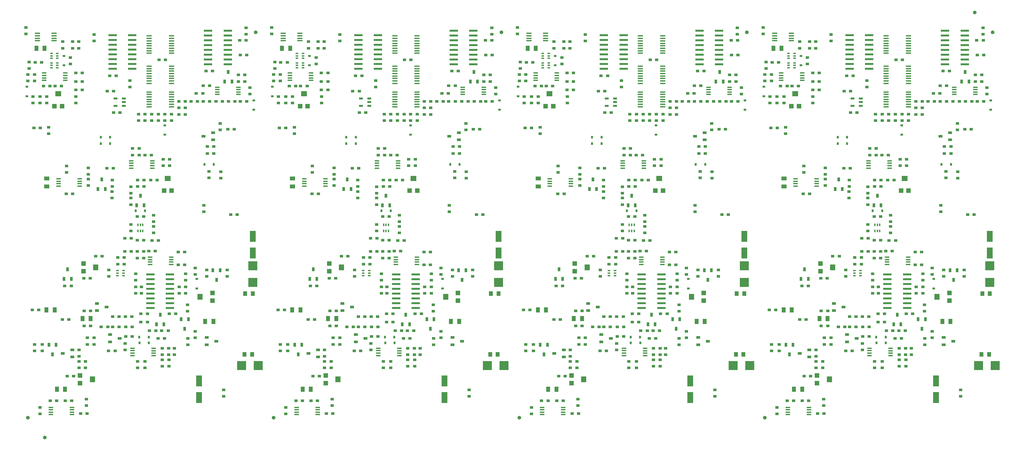
<source format=gbp>
G04 #@! TF.FileFunction,Paste,Bot*
%FSLAX46Y46*%
G04 Gerber Fmt 4.6, Leading zero omitted, Abs format (unit mm)*
G04 Created by KiCad (PCBNEW 4.0.2-stable) date 2018-03-19 11:27:31 AM*
%MOMM*%
G01*
G04 APERTURE LIST*
%ADD10C,0.100000*%
%ADD11O,0.980000X0.980000*%
%ADD12R,0.880000X0.780000*%
%ADD13R,1.430000X0.430000*%
%ADD14R,1.480000X0.430000*%
%ADD15R,0.681040X0.980760*%
%ADD16R,1.280480X0.380000*%
%ADD17R,2.179640X0.579440*%
%ADD18R,0.742000X0.589600*%
%ADD19R,1.040000X0.630000*%
%ADD20R,0.589600X0.742000*%
%ADD21R,1.580000X1.480000*%
%ADD22R,1.180000X1.180000*%
%ADD23R,0.777560X0.378780*%
%ADD24R,1.123000X1.377000*%
%ADD25R,1.377000X1.123000*%
%ADD26R,0.980760X0.681040*%
%ADD27R,0.980000X1.230000*%
%ADD28R,2.377760X2.377760*%
%ADD29R,1.580000X2.980000*%
%ADD30R,1.480000X1.580000*%
%ADD31R,0.378780X0.777560*%
G04 APERTURE END LIST*
D10*
D11*
X306500000Y-77500000D03*
X60500000Y-190000000D03*
D12*
X285650000Y-90000000D03*
X287350000Y-90000000D03*
D13*
X288950000Y-98550000D03*
X288950000Y-99200000D03*
X288950000Y-99850000D03*
X288950000Y-100500000D03*
X288950000Y-101150000D03*
X288950000Y-101800000D03*
X288950000Y-102450000D03*
X283050000Y-102450000D03*
X283050000Y-101800000D03*
X283050000Y-101150000D03*
X283050000Y-100500000D03*
X283050000Y-99850000D03*
X283050000Y-99200000D03*
X283050000Y-98550000D03*
D14*
X283050000Y-88275000D03*
X283050000Y-87625000D03*
X283050000Y-86975000D03*
X283050000Y-86325000D03*
X283050000Y-85675000D03*
X283050000Y-85025000D03*
X283050000Y-84375000D03*
X283050000Y-83725000D03*
X288950000Y-83725000D03*
X288950000Y-84375000D03*
X288950000Y-85025000D03*
X288950000Y-85675000D03*
X288950000Y-86325000D03*
X288950000Y-86975000D03*
X288950000Y-87625000D03*
X288950000Y-88275000D03*
X283050000Y-96275000D03*
X283050000Y-95625000D03*
X283050000Y-94975000D03*
X283050000Y-94325000D03*
X283050000Y-93675000D03*
X283050000Y-93025000D03*
X283050000Y-92375000D03*
X283050000Y-91725000D03*
X288950000Y-91725000D03*
X288950000Y-92375000D03*
X288950000Y-93025000D03*
X288950000Y-93675000D03*
X288950000Y-94325000D03*
X288950000Y-94975000D03*
X288950000Y-95625000D03*
X288950000Y-96275000D03*
D12*
X290900000Y-102750000D03*
X292600000Y-102750000D03*
X290900000Y-104500000D03*
X292600000Y-104500000D03*
X290900000Y-101000000D03*
X292600000Y-101000000D03*
X299850000Y-93000000D03*
X298150000Y-93000000D03*
D15*
X304000000Y-93230000D03*
X303047500Y-95770000D03*
X304952500Y-95770000D03*
D16*
X301056000Y-99205400D03*
X301056000Y-98570400D03*
X301056000Y-97910000D03*
X301056000Y-97275000D03*
X306644000Y-97275000D03*
X306644000Y-97922700D03*
X306644000Y-98570400D03*
X306644000Y-99218100D03*
D12*
X295550000Y-98900000D03*
X297250000Y-98900000D03*
X297350000Y-96900000D03*
X299050000Y-96900000D03*
X308850000Y-88750000D03*
X307150000Y-88750000D03*
D17*
X303848420Y-82305000D03*
X303848420Y-83575000D03*
X303848420Y-84845000D03*
X303848420Y-86115000D03*
X303848420Y-87385000D03*
X303848420Y-88655000D03*
X303848420Y-89925000D03*
X303848420Y-91195000D03*
X298651580Y-91195000D03*
X298651580Y-89925000D03*
X298651580Y-88655000D03*
X298651580Y-87385000D03*
X298651580Y-86115000D03*
X298651580Y-84845000D03*
X298651580Y-83575000D03*
X298651580Y-82305000D03*
D11*
X311250000Y-82750000D03*
D12*
X308700000Y-83250000D03*
X308700000Y-81550000D03*
X308750000Y-84900000D03*
X307050000Y-84900000D03*
X306650000Y-94000000D03*
X308350000Y-94000000D03*
X306650000Y-95750000D03*
X308350000Y-95750000D03*
X309750000Y-97400000D03*
X309750000Y-99100000D03*
X307150000Y-101000000D03*
X308850000Y-101000000D03*
D18*
X310750000Y-100755400D03*
X310750000Y-103244600D03*
D12*
X304050000Y-101000000D03*
X305750000Y-101000000D03*
D19*
X276350000Y-100300000D03*
X276350000Y-101250000D03*
X276350000Y-102200000D03*
X274150000Y-102200000D03*
X274150000Y-100300000D03*
D12*
X271950000Y-98300000D03*
X273650000Y-98300000D03*
X273650000Y-104000000D03*
X275350000Y-104000000D03*
X274350000Y-94250000D03*
X272650000Y-94250000D03*
X278000000Y-97250000D03*
X278000000Y-95550000D03*
D20*
X272744600Y-112250000D03*
X270255400Y-112250000D03*
X270255400Y-110500000D03*
X272744600Y-110500000D03*
D12*
X259850000Y-97000000D03*
X258150000Y-97000000D03*
D21*
X259000000Y-99050000D03*
D22*
X260000000Y-102300000D03*
X258000000Y-102300000D03*
D12*
X263700000Y-101450000D03*
X263700000Y-99750000D03*
X265350000Y-98000000D03*
X263650000Y-98000000D03*
D17*
X278598420Y-83555000D03*
X278598420Y-84825000D03*
X278598420Y-86095000D03*
X278598420Y-87365000D03*
X278598420Y-88635000D03*
X278598420Y-89905000D03*
X278598420Y-91175000D03*
X278598420Y-92445000D03*
X273401580Y-92445000D03*
X273401580Y-91175000D03*
X273401580Y-89905000D03*
X273401580Y-88635000D03*
X273401580Y-87365000D03*
X273401580Y-86095000D03*
X273401580Y-84825000D03*
X273401580Y-83555000D03*
D12*
X263650000Y-93500000D03*
X265350000Y-93500000D03*
X268500000Y-83350000D03*
X268500000Y-85050000D03*
X264400000Y-86950000D03*
X264400000Y-85250000D03*
X263650000Y-95750000D03*
X265350000Y-95750000D03*
D13*
X253550000Y-84975000D03*
X253550000Y-84325000D03*
X253550000Y-83675000D03*
X253550000Y-83025000D03*
X257950000Y-83025000D03*
X257950000Y-83675000D03*
X257950000Y-84325000D03*
X257950000Y-84975000D03*
D12*
X255150000Y-97000000D03*
X256850000Y-97000000D03*
D23*
X257202440Y-92147700D03*
X257202440Y-91500000D03*
X257202440Y-90852300D03*
X258797560Y-90852300D03*
X258797560Y-91500000D03*
X258797560Y-92147700D03*
D12*
X254600000Y-90750000D03*
X252900000Y-90750000D03*
D16*
X255306000Y-95455400D03*
X255306000Y-94820400D03*
X255306000Y-94160000D03*
X255306000Y-93525000D03*
X260894000Y-93525000D03*
X260894000Y-94172700D03*
X260894000Y-94820400D03*
X260894000Y-95468100D03*
D12*
X252750000Y-95600000D03*
X252750000Y-93900000D03*
X251300000Y-90650000D03*
X251300000Y-92350000D03*
D24*
X253220500Y-87000000D03*
X255379500Y-87000000D03*
D12*
X256500000Y-109600000D03*
X256500000Y-107900000D03*
X254200000Y-99750000D03*
X254200000Y-101450000D03*
X256000000Y-99750000D03*
X256000000Y-101450000D03*
X252300000Y-101450000D03*
X252300000Y-99750000D03*
X252550000Y-108100000D03*
X254250000Y-108100000D03*
X262250000Y-91100000D03*
X262250000Y-89400000D03*
D23*
X257202440Y-89647700D03*
X257202440Y-89000000D03*
X257202440Y-88352300D03*
X258797560Y-88352300D03*
X258797560Y-89000000D03*
X258797560Y-89647700D03*
D12*
X262800000Y-85250000D03*
X262800000Y-86950000D03*
D18*
X260500000Y-91494600D03*
X260500000Y-89005400D03*
D12*
X260200000Y-85250000D03*
X260200000Y-86950000D03*
X241650000Y-94000000D03*
X243350000Y-94000000D03*
X234850000Y-93000000D03*
X233150000Y-93000000D03*
X241650000Y-95750000D03*
X243350000Y-95750000D03*
D15*
X239000000Y-93230000D03*
X238047500Y-95770000D03*
X239952500Y-95770000D03*
D12*
X250500000Y-81450000D03*
X250500000Y-83150000D03*
D11*
X246250000Y-82750000D03*
D12*
X243750000Y-84900000D03*
X242050000Y-84900000D03*
X243700000Y-83250000D03*
X243700000Y-81550000D03*
D17*
X238848420Y-82305000D03*
X238848420Y-83575000D03*
X238848420Y-84845000D03*
X238848420Y-86115000D03*
X238848420Y-87385000D03*
X238848420Y-88655000D03*
X238848420Y-89925000D03*
X238848420Y-91195000D03*
X233651580Y-91195000D03*
X233651580Y-89925000D03*
X233651580Y-88655000D03*
X233651580Y-87385000D03*
X233651580Y-86115000D03*
X233651580Y-84845000D03*
X233651580Y-83575000D03*
X233651580Y-82305000D03*
D12*
X243850000Y-88750000D03*
X242150000Y-88750000D03*
X251000000Y-93900000D03*
X251000000Y-95600000D03*
D18*
X250700000Y-99644600D03*
X250700000Y-97155400D03*
D12*
X244750000Y-97400000D03*
X244750000Y-99100000D03*
D18*
X245750000Y-100755400D03*
X245750000Y-103244600D03*
D12*
X242150000Y-101000000D03*
X243850000Y-101000000D03*
D16*
X236056000Y-99205400D03*
X236056000Y-98570400D03*
X236056000Y-97910000D03*
X236056000Y-97275000D03*
X241644000Y-97275000D03*
X241644000Y-97922700D03*
X241644000Y-98570400D03*
X241644000Y-99218100D03*
X264694000Y-121544600D03*
X264694000Y-122179600D03*
X264694000Y-122840000D03*
X264694000Y-123475000D03*
X259106000Y-123475000D03*
X259106000Y-122827300D03*
X259106000Y-122179600D03*
X259106000Y-121531900D03*
D12*
X261150000Y-125500000D03*
X262850000Y-125500000D03*
X261250000Y-119850000D03*
X261250000Y-118150000D03*
D25*
X256000000Y-123579500D03*
X256000000Y-121420500D03*
D12*
X232500000Y-128550000D03*
X232500000Y-130250000D03*
X237000000Y-121350000D03*
X237000000Y-119650000D03*
X233900000Y-119600900D03*
X233900000Y-121300900D03*
X239650000Y-131000000D03*
X241350000Y-131000000D03*
D20*
X232705400Y-117750000D03*
X235194600Y-117750000D03*
D26*
X232480000Y-110250000D03*
X235020000Y-111202500D03*
X235020000Y-109297500D03*
D12*
X235200000Y-114850000D03*
X233500000Y-114850000D03*
X235200000Y-113000000D03*
X233500000Y-113000000D03*
X236900000Y-108550000D03*
X236900000Y-106850000D03*
X239050000Y-101000000D03*
X240750000Y-101000000D03*
X235750000Y-101000000D03*
X237450000Y-101000000D03*
X240550000Y-108400000D03*
X238850000Y-108400000D03*
X225900000Y-102750000D03*
X227600000Y-102750000D03*
X225900000Y-101000000D03*
X227600000Y-101000000D03*
X225900000Y-104500000D03*
X227600000Y-104500000D03*
X230550000Y-98900000D03*
X232250000Y-98900000D03*
X230850000Y-101000000D03*
X229150000Y-101000000D03*
X232350000Y-101000000D03*
X234050000Y-101000000D03*
X232350000Y-96900000D03*
X234050000Y-96900000D03*
D16*
X199694000Y-121544600D03*
X199694000Y-122179600D03*
X199694000Y-122840000D03*
X199694000Y-123475000D03*
X194106000Y-123475000D03*
X194106000Y-122827300D03*
X194106000Y-122179600D03*
X194106000Y-121531900D03*
D25*
X191000000Y-123579500D03*
X191000000Y-121420500D03*
D12*
X196150000Y-125500000D03*
X197850000Y-125500000D03*
X187550000Y-108100000D03*
X189250000Y-108100000D03*
X191500000Y-109600000D03*
X191500000Y-107900000D03*
D20*
X205255400Y-110500000D03*
X207744600Y-110500000D03*
D12*
X208250000Y-126600000D03*
X208250000Y-124900000D03*
X206850000Y-118700000D03*
X208550000Y-118700000D03*
D20*
X207744600Y-112250000D03*
X205255400Y-112250000D03*
D12*
X208300000Y-123550000D03*
X208300000Y-121850000D03*
X196250000Y-119850000D03*
X196250000Y-118150000D03*
X202000000Y-118650000D03*
X202000000Y-120350000D03*
X202000000Y-121650000D03*
X202000000Y-123350000D03*
D15*
X205500000Y-121730000D03*
X204547500Y-124270000D03*
X206452500Y-124270000D03*
D14*
X218050000Y-88275000D03*
X218050000Y-87625000D03*
X218050000Y-86975000D03*
X218050000Y-86325000D03*
X218050000Y-85675000D03*
X218050000Y-85025000D03*
X218050000Y-84375000D03*
X218050000Y-83725000D03*
X223950000Y-83725000D03*
X223950000Y-84375000D03*
X223950000Y-85025000D03*
X223950000Y-85675000D03*
X223950000Y-86325000D03*
X223950000Y-86975000D03*
X223950000Y-87625000D03*
X223950000Y-88275000D03*
D12*
X220650000Y-90000000D03*
X222350000Y-90000000D03*
D14*
X218050000Y-96275000D03*
X218050000Y-95625000D03*
X218050000Y-94975000D03*
X218050000Y-94325000D03*
X218050000Y-93675000D03*
X218050000Y-93025000D03*
X218050000Y-92375000D03*
X218050000Y-91725000D03*
X223950000Y-91725000D03*
X223950000Y-92375000D03*
X223950000Y-93025000D03*
X223950000Y-93675000D03*
X223950000Y-94325000D03*
X223950000Y-94975000D03*
X223950000Y-95625000D03*
X223950000Y-96275000D03*
D12*
X224000000Y-106100000D03*
X224000000Y-104400000D03*
D13*
X223950000Y-98550000D03*
X223950000Y-99200000D03*
X223950000Y-99850000D03*
X223950000Y-100500000D03*
X223950000Y-101150000D03*
X223950000Y-101800000D03*
X223950000Y-102450000D03*
X218050000Y-102450000D03*
X218050000Y-101800000D03*
X218050000Y-101150000D03*
X218050000Y-100500000D03*
X218050000Y-99850000D03*
X218050000Y-99200000D03*
X218050000Y-98550000D03*
D12*
X222250000Y-106100000D03*
X222250000Y-104400000D03*
X208650000Y-104000000D03*
X210350000Y-104000000D03*
D18*
X222200000Y-107355400D03*
X222200000Y-109844600D03*
D12*
X220500000Y-104400000D03*
X220500000Y-106100000D03*
X218750000Y-104400000D03*
X218750000Y-106100000D03*
X215250000Y-104400000D03*
X215250000Y-106100000D03*
X217000000Y-104400000D03*
X217000000Y-106100000D03*
D21*
X223000000Y-121450000D03*
D22*
X224000000Y-124700000D03*
X222000000Y-124700000D03*
D12*
X223500000Y-118100000D03*
X223500000Y-116400000D03*
X218450000Y-121900000D03*
X220150000Y-121900000D03*
X221750000Y-116400000D03*
X221750000Y-118100000D03*
X216700000Y-123600000D03*
X216700000Y-121900000D03*
X216600000Y-131500000D03*
X214900000Y-131500000D03*
X213250000Y-126650000D03*
X213250000Y-128350000D03*
D20*
X214505400Y-130000000D03*
X216994600Y-130000000D03*
D15*
X215750000Y-125980000D03*
X214797500Y-128520000D03*
X216702500Y-128520000D03*
D12*
X219250000Y-131150000D03*
X219250000Y-132850000D03*
X213250000Y-125350000D03*
X213250000Y-123650000D03*
X213700000Y-113500000D03*
X215400000Y-113500000D03*
X213700000Y-115250000D03*
X215400000Y-115250000D03*
X216950000Y-115250000D03*
X218650000Y-115250000D03*
D16*
X213356000Y-118705400D03*
X213356000Y-118070400D03*
X213356000Y-117410000D03*
X213356000Y-116775000D03*
X218944000Y-116775000D03*
X218944000Y-117422700D03*
X218944000Y-118070400D03*
X218944000Y-118718100D03*
D12*
X215000000Y-123600000D03*
X215000000Y-121900000D03*
D19*
X211350000Y-100300000D03*
X211350000Y-101250000D03*
X211350000Y-102200000D03*
X209150000Y-102200000D03*
X209150000Y-100300000D03*
D12*
X213000000Y-97250000D03*
X213000000Y-95550000D03*
X209350000Y-94250000D03*
X207650000Y-94250000D03*
X206950000Y-98300000D03*
X208650000Y-98300000D03*
D17*
X213598420Y-83555000D03*
X213598420Y-84825000D03*
X213598420Y-86095000D03*
X213598420Y-87365000D03*
X213598420Y-88635000D03*
X213598420Y-89905000D03*
X213598420Y-91175000D03*
X213598420Y-92445000D03*
X208401580Y-92445000D03*
X208401580Y-91175000D03*
X208401580Y-89905000D03*
X208401580Y-88635000D03*
X208401580Y-87365000D03*
X208401580Y-86095000D03*
X208401580Y-84825000D03*
X208401580Y-83555000D03*
D12*
X198650000Y-93500000D03*
X200350000Y-93500000D03*
X198700000Y-101450000D03*
X198700000Y-99750000D03*
X198650000Y-95750000D03*
X200350000Y-95750000D03*
X200350000Y-98000000D03*
X198650000Y-98000000D03*
X197250000Y-91100000D03*
X197250000Y-89400000D03*
X199400000Y-86950000D03*
X199400000Y-85250000D03*
X197800000Y-85250000D03*
X197800000Y-86950000D03*
X203500000Y-83350000D03*
X203500000Y-85050000D03*
D23*
X192202440Y-89647700D03*
X192202440Y-89000000D03*
X192202440Y-88352300D03*
X193797560Y-88352300D03*
X193797560Y-89000000D03*
X193797560Y-89647700D03*
D18*
X195500000Y-91494600D03*
X195500000Y-89005400D03*
D12*
X190150000Y-97000000D03*
X191850000Y-97000000D03*
D16*
X190306000Y-95455400D03*
X190306000Y-94820400D03*
X190306000Y-94160000D03*
X190306000Y-93525000D03*
X195894000Y-93525000D03*
X195894000Y-94172700D03*
X195894000Y-94820400D03*
X195894000Y-95468100D03*
D23*
X192202440Y-92147700D03*
X192202440Y-91500000D03*
X192202440Y-90852300D03*
X193797560Y-90852300D03*
X193797560Y-91500000D03*
X193797560Y-92147700D03*
D12*
X194850000Y-97000000D03*
X193150000Y-97000000D03*
X186000000Y-93900000D03*
X186000000Y-95600000D03*
X186300000Y-90650000D03*
X186300000Y-92350000D03*
X187750000Y-95600000D03*
X187750000Y-93900000D03*
X189600000Y-90750000D03*
X187900000Y-90750000D03*
D21*
X194000000Y-99050000D03*
D22*
X195000000Y-102300000D03*
X193000000Y-102300000D03*
D18*
X185700000Y-99644600D03*
X185700000Y-97155400D03*
D12*
X187300000Y-101450000D03*
X187300000Y-99750000D03*
X191000000Y-99750000D03*
X191000000Y-101450000D03*
X189200000Y-99750000D03*
X189200000Y-101450000D03*
D13*
X188550000Y-84975000D03*
X188550000Y-84325000D03*
X188550000Y-83675000D03*
X188550000Y-83025000D03*
X192950000Y-83025000D03*
X192950000Y-83675000D03*
X192950000Y-84325000D03*
X192950000Y-84975000D03*
D12*
X185500000Y-81450000D03*
X185500000Y-83150000D03*
X195200000Y-85250000D03*
X195200000Y-86950000D03*
D24*
X188220500Y-87000000D03*
X190379500Y-87000000D03*
D15*
X270500000Y-121730000D03*
X269547500Y-124270000D03*
X271452500Y-124270000D03*
D12*
X273250000Y-126600000D03*
X273250000Y-124900000D03*
X267000000Y-121650000D03*
X267000000Y-123350000D03*
X273300000Y-123550000D03*
X273300000Y-121850000D03*
X267000000Y-118650000D03*
X267000000Y-120350000D03*
X271850000Y-118700000D03*
X273550000Y-118700000D03*
X295850000Y-101000000D03*
X294150000Y-101000000D03*
X297350000Y-101000000D03*
X299050000Y-101000000D03*
X300750000Y-101000000D03*
X302450000Y-101000000D03*
X305550000Y-108400000D03*
X303850000Y-108400000D03*
D26*
X297480000Y-110250000D03*
X300020000Y-111202500D03*
X300020000Y-109297500D03*
D12*
X300200000Y-113000000D03*
X298500000Y-113000000D03*
X301900000Y-108550000D03*
X301900000Y-106850000D03*
D15*
X280750000Y-125980000D03*
X279797500Y-128520000D03*
X281702500Y-128520000D03*
D12*
X278250000Y-126650000D03*
X278250000Y-128350000D03*
X281700000Y-123600000D03*
X281700000Y-121900000D03*
X280000000Y-123600000D03*
X280000000Y-121900000D03*
X278250000Y-125350000D03*
X278250000Y-123650000D03*
X283450000Y-121900000D03*
X285150000Y-121900000D03*
D16*
X278356000Y-118705400D03*
X278356000Y-118070400D03*
X278356000Y-117410000D03*
X278356000Y-116775000D03*
X283944000Y-116775000D03*
X283944000Y-117422700D03*
X283944000Y-118070400D03*
X283944000Y-118718100D03*
D21*
X288000000Y-121450000D03*
D22*
X289000000Y-124700000D03*
X287000000Y-124700000D03*
D20*
X297705400Y-117750000D03*
X300194600Y-117750000D03*
D12*
X298900000Y-119600900D03*
X298900000Y-121300900D03*
X288500000Y-118100000D03*
X288500000Y-116400000D03*
X300200000Y-114850000D03*
X298500000Y-114850000D03*
X286750000Y-116400000D03*
X286750000Y-118100000D03*
X302000000Y-121350000D03*
X302000000Y-119650000D03*
X282000000Y-104400000D03*
X282000000Y-106100000D03*
X281950000Y-115250000D03*
X283650000Y-115250000D03*
X280250000Y-104400000D03*
X280250000Y-106100000D03*
X278700000Y-113500000D03*
X280400000Y-113500000D03*
X278700000Y-115250000D03*
X280400000Y-115250000D03*
D18*
X287200000Y-107355400D03*
X287200000Y-109844600D03*
D12*
X283750000Y-104400000D03*
X283750000Y-106100000D03*
X287250000Y-106100000D03*
X287250000Y-104400000D03*
X285500000Y-104400000D03*
X285500000Y-106100000D03*
X289000000Y-106100000D03*
X289000000Y-104400000D03*
X288250000Y-168100000D03*
X288250000Y-166400000D03*
X288300000Y-169450000D03*
X288300000Y-171150000D03*
X289750000Y-166400000D03*
X289750000Y-168100000D03*
D15*
X292500000Y-161270000D03*
X293452500Y-158730000D03*
X291547500Y-158730000D03*
D12*
X285400000Y-163750000D03*
X287100000Y-163750000D03*
D15*
X286000000Y-157480000D03*
X285047500Y-160020000D03*
X286952500Y-160020000D03*
D12*
X286400000Y-161750000D03*
X288100000Y-161750000D03*
X290100000Y-157250000D03*
X288400000Y-157250000D03*
D24*
X297920500Y-159250000D03*
X300079500Y-159250000D03*
D12*
X293250000Y-154900000D03*
X293250000Y-156600000D03*
X295250000Y-163600000D03*
X295250000Y-161900000D03*
X293300000Y-163750000D03*
X293300000Y-165450000D03*
D26*
X300870000Y-164500000D03*
X298330000Y-163547500D03*
X298330000Y-165452500D03*
D27*
X310300000Y-168000000D03*
X308300000Y-168000000D03*
D28*
X307550360Y-171000000D03*
X311949640Y-171000000D03*
D29*
X296250000Y-179450000D03*
X296250000Y-175050000D03*
D12*
X302750000Y-179100000D03*
X302750000Y-177400000D03*
D30*
X296550000Y-152750000D03*
D22*
X299800000Y-151750000D03*
X299800000Y-153750000D03*
D18*
X295700000Y-150544600D03*
X295700000Y-148055400D03*
D12*
X298300000Y-145650000D03*
X298300000Y-147350000D03*
X295250000Y-146850000D03*
X295250000Y-145150000D03*
X226000000Y-151850000D03*
X226000000Y-150150000D03*
D17*
X218401580Y-155695000D03*
X218401580Y-154425000D03*
X218401580Y-153155000D03*
X218401580Y-151885000D03*
X218401580Y-150615000D03*
X218401580Y-149345000D03*
X218401580Y-148075000D03*
X218401580Y-146805000D03*
X223598420Y-146805000D03*
X223598420Y-148075000D03*
X223598420Y-149345000D03*
X223598420Y-150615000D03*
X223598420Y-151885000D03*
X223598420Y-153155000D03*
X223598420Y-154425000D03*
X223598420Y-155695000D03*
D12*
X228250000Y-154900000D03*
X228250000Y-156600000D03*
X227750000Y-151850000D03*
X227750000Y-150150000D03*
X219250000Y-135850000D03*
X219250000Y-134150000D03*
X220550000Y-137900000D03*
X218850000Y-137900000D03*
D16*
X218306000Y-144205400D03*
X218306000Y-143570400D03*
X218306000Y-142910000D03*
X218306000Y-142275000D03*
X223894000Y-142275000D03*
X223894000Y-142922700D03*
X223894000Y-143570400D03*
X223894000Y-144218100D03*
D12*
X219650000Y-140700000D03*
X217950000Y-140700000D03*
X225750000Y-144300000D03*
X227450000Y-144300000D03*
X230250000Y-146850000D03*
X230250000Y-145150000D03*
X227750000Y-148350000D03*
X227750000Y-146650000D03*
X225750000Y-140900000D03*
X227450000Y-140900000D03*
D28*
X245500000Y-148949640D03*
X245500000Y-144550360D03*
D29*
X245500000Y-141200000D03*
X245500000Y-136800000D03*
D12*
X238700000Y-145650000D03*
X238700000Y-147350000D03*
D18*
X230700000Y-150544600D03*
X230700000Y-148055400D03*
D30*
X231550000Y-152750000D03*
D22*
X234800000Y-151750000D03*
X234800000Y-153750000D03*
D15*
X235900000Y-148270000D03*
X236852500Y-145730000D03*
X234947500Y-145730000D03*
D12*
X233300000Y-145650000D03*
X233300000Y-147350000D03*
D28*
X242550360Y-171000000D03*
X246949640Y-171000000D03*
D27*
X245500000Y-151900000D03*
X243500000Y-151900000D03*
X245300000Y-168000000D03*
X243300000Y-168000000D03*
D24*
X232920500Y-159250000D03*
X235079500Y-159250000D03*
D12*
X230250000Y-163600000D03*
X230250000Y-161900000D03*
D26*
X235870000Y-164500000D03*
X233330000Y-163547500D03*
X233330000Y-165452500D03*
D12*
X228300000Y-163750000D03*
X228300000Y-165450000D03*
D16*
X213681000Y-168330400D03*
X213681000Y-167695400D03*
X213681000Y-167035000D03*
X213681000Y-166400000D03*
X219269000Y-166400000D03*
X219269000Y-167047700D03*
X219269000Y-167695400D03*
X219269000Y-168343100D03*
D12*
X217000000Y-169900000D03*
X217000000Y-171600000D03*
X215000000Y-171600000D03*
X215000000Y-169900000D03*
X223250000Y-168100000D03*
X223250000Y-166400000D03*
X221500000Y-166400000D03*
X221500000Y-168100000D03*
X221500000Y-169450000D03*
X221500000Y-171150000D03*
X223300000Y-169450000D03*
X223300000Y-171150000D03*
D29*
X231250000Y-179450000D03*
X231250000Y-175050000D03*
D12*
X224750000Y-166400000D03*
X224750000Y-168100000D03*
X237750000Y-179100000D03*
X237750000Y-177400000D03*
X221400000Y-161750000D03*
X223100000Y-161750000D03*
D15*
X221000000Y-157480000D03*
X220047500Y-160020000D03*
X221952500Y-160020000D03*
D12*
X220400000Y-163750000D03*
X222100000Y-163750000D03*
X225100000Y-157250000D03*
X223400000Y-157250000D03*
D15*
X227500000Y-161270000D03*
X228452500Y-158730000D03*
X226547500Y-158730000D03*
D12*
X219850000Y-161750000D03*
X218150000Y-161750000D03*
X189750000Y-167100000D03*
X189750000Y-165400000D03*
X187750000Y-165400000D03*
X187750000Y-167100000D03*
D24*
X193670500Y-177250000D03*
X195829500Y-177250000D03*
D15*
X192500000Y-168020000D03*
X193452500Y-165480000D03*
X191547500Y-165480000D03*
D12*
X196400000Y-173750000D03*
X198100000Y-173750000D03*
D30*
X203050000Y-174600000D03*
D22*
X199800000Y-175600000D03*
X199800000Y-173600000D03*
D26*
X195230000Y-167750000D03*
X197770000Y-168702500D03*
X197770000Y-166797500D03*
D12*
X199500000Y-171600000D03*
X199500000Y-169900000D03*
X199500000Y-168550000D03*
X199500000Y-166850000D03*
X201250000Y-171600000D03*
X201250000Y-169900000D03*
X193600000Y-180250000D03*
X191900000Y-180250000D03*
X189200000Y-183750000D03*
X189200000Y-182050000D03*
D11*
X186000000Y-184750000D03*
D12*
X201500000Y-181600000D03*
X201500000Y-179900000D03*
D16*
X192056000Y-183955400D03*
X192056000Y-183320400D03*
X192056000Y-182660000D03*
X192056000Y-182025000D03*
X197644000Y-182025000D03*
X197644000Y-182672700D03*
X197644000Y-183320400D03*
X197644000Y-183968100D03*
D12*
X199950000Y-183700000D03*
X201650000Y-183700000D03*
X197600000Y-180250000D03*
X195900000Y-180250000D03*
X207100000Y-160750000D03*
X205400000Y-160750000D03*
X203500000Y-165350000D03*
X203500000Y-163650000D03*
X211900000Y-163250000D03*
X213600000Y-163250000D03*
X201750000Y-165350000D03*
X201750000Y-163650000D03*
X211750000Y-166850000D03*
X211750000Y-165150000D03*
X207350000Y-167100000D03*
X209050000Y-167100000D03*
D26*
X210270000Y-163750000D03*
X207730000Y-162797500D03*
X207730000Y-164702500D03*
D24*
X202579500Y-158500000D03*
X200420500Y-158500000D03*
D12*
X195150000Y-158750000D03*
X196850000Y-158750000D03*
X200900000Y-156500000D03*
X202600000Y-156500000D03*
X202600000Y-160500000D03*
X200900000Y-160500000D03*
D20*
X215505400Y-165000000D03*
X217994600Y-165000000D03*
X217944600Y-163400000D03*
X215455400Y-163400000D03*
D12*
X217600000Y-159500000D03*
X215900000Y-159500000D03*
X210100000Y-160750000D03*
X208400000Y-160750000D03*
X210100000Y-158000000D03*
X208400000Y-158000000D03*
X211800000Y-158050000D03*
X213500000Y-158050000D03*
X211900000Y-160750000D03*
X213600000Y-160750000D03*
X215900000Y-157250000D03*
X217600000Y-157250000D03*
X260750000Y-149900000D03*
X262450000Y-149900000D03*
D30*
X268950000Y-145000000D03*
D22*
X265700000Y-146000000D03*
X265700000Y-144000000D03*
D12*
X267450000Y-147900000D03*
X265750000Y-147900000D03*
D15*
X261500000Y-145530000D03*
X260547500Y-148070000D03*
X262452500Y-148070000D03*
D12*
X265900000Y-156500000D03*
X267600000Y-156500000D03*
D26*
X271770000Y-155500000D03*
X269230000Y-154547500D03*
X269230000Y-156452500D03*
D24*
X267579500Y-158500000D03*
X265420500Y-158500000D03*
D12*
X260150000Y-158750000D03*
X261850000Y-158750000D03*
X267600000Y-160500000D03*
X265900000Y-160500000D03*
X253850000Y-156250000D03*
X252150000Y-156250000D03*
X254750000Y-167100000D03*
X254750000Y-165400000D03*
X252750000Y-165400000D03*
X252750000Y-167100000D03*
D24*
X255920500Y-156250000D03*
X258079500Y-156250000D03*
D15*
X257500000Y-168020000D03*
X258452500Y-165480000D03*
X256547500Y-165480000D03*
D23*
X276297560Y-145852300D03*
X276297560Y-146500000D03*
X276297560Y-147147700D03*
X274702440Y-147147700D03*
X274702440Y-146500000D03*
X274702440Y-145852300D03*
D12*
X276500000Y-142400000D03*
X276500000Y-144100000D03*
X272400000Y-145650000D03*
X272400000Y-147350000D03*
X268950000Y-142000000D03*
X270650000Y-142000000D03*
X274750000Y-144100000D03*
X274750000Y-142400000D03*
D26*
X275270000Y-163750000D03*
X272730000Y-162797500D03*
X272730000Y-164702500D03*
D12*
X272350000Y-167100000D03*
X274050000Y-167100000D03*
X272100000Y-160750000D03*
X270400000Y-160750000D03*
X275100000Y-160750000D03*
X273400000Y-160750000D03*
X275100000Y-158000000D03*
X273400000Y-158000000D03*
D11*
X251000000Y-184750000D03*
D12*
X254200000Y-183750000D03*
X254200000Y-182050000D03*
X258600000Y-180250000D03*
X256900000Y-180250000D03*
D24*
X258670500Y-177250000D03*
X260829500Y-177250000D03*
D16*
X257056000Y-183955400D03*
X257056000Y-183320400D03*
X257056000Y-182660000D03*
X257056000Y-182025000D03*
X262644000Y-182025000D03*
X262644000Y-182672700D03*
X262644000Y-183320400D03*
X262644000Y-183968100D03*
D12*
X276750000Y-166850000D03*
X276750000Y-165150000D03*
X280000000Y-171600000D03*
X280000000Y-169900000D03*
D16*
X278681000Y-168330400D03*
X278681000Y-167695400D03*
X278681000Y-167035000D03*
X278681000Y-166400000D03*
X284269000Y-166400000D03*
X284269000Y-167047700D03*
X284269000Y-167695400D03*
X284269000Y-168343100D03*
D12*
X286500000Y-169450000D03*
X286500000Y-171150000D03*
X286500000Y-166400000D03*
X286500000Y-168100000D03*
X282000000Y-169900000D03*
X282000000Y-171600000D03*
D20*
X280505400Y-165000000D03*
X282994600Y-165000000D03*
D26*
X260230000Y-167750000D03*
X262770000Y-168702500D03*
X262770000Y-166797500D03*
D12*
X266250000Y-171600000D03*
X266250000Y-169900000D03*
X264500000Y-168550000D03*
X264500000Y-166850000D03*
X264500000Y-171600000D03*
X264500000Y-169900000D03*
X266750000Y-165350000D03*
X266750000Y-163650000D03*
X268500000Y-165350000D03*
X268500000Y-163650000D03*
X261400000Y-173750000D03*
X263100000Y-173750000D03*
X264950000Y-183700000D03*
X266650000Y-183700000D03*
X262600000Y-180250000D03*
X260900000Y-180250000D03*
D30*
X268050000Y-174600000D03*
D22*
X264800000Y-175600000D03*
X264800000Y-173600000D03*
D12*
X266500000Y-181600000D03*
X266500000Y-179900000D03*
D20*
X282944600Y-163400000D03*
X280455400Y-163400000D03*
D12*
X276900000Y-163250000D03*
X278600000Y-163250000D03*
X284850000Y-161750000D03*
X283150000Y-161750000D03*
X280900000Y-157250000D03*
X282600000Y-157250000D03*
X276900000Y-160750000D03*
X278600000Y-160750000D03*
X276800000Y-158050000D03*
X278500000Y-158050000D03*
X282600000Y-159500000D03*
X280900000Y-159500000D03*
X216000000Y-151850000D03*
X216000000Y-150150000D03*
X214500000Y-148350000D03*
X214500000Y-146650000D03*
X214500000Y-151850000D03*
X214500000Y-150150000D03*
X209750000Y-144100000D03*
X209750000Y-142400000D03*
X211500000Y-142400000D03*
X211500000Y-144100000D03*
X216600000Y-142500000D03*
X214900000Y-142500000D03*
D23*
X211297560Y-145852300D03*
X211297560Y-146500000D03*
X211297560Y-147147700D03*
X209702440Y-147147700D03*
X209702440Y-146500000D03*
X209702440Y-145852300D03*
D26*
X206770000Y-155500000D03*
X204230000Y-154547500D03*
X204230000Y-156452500D03*
D12*
X202450000Y-147900000D03*
X200750000Y-147900000D03*
D30*
X203950000Y-145000000D03*
D22*
X200700000Y-146000000D03*
X200700000Y-144000000D03*
D12*
X203950000Y-142000000D03*
X205650000Y-142000000D03*
X207400000Y-145650000D03*
X207400000Y-147350000D03*
X213250000Y-133650000D03*
X213250000Y-135350000D03*
D31*
X215102300Y-133702440D03*
X215750000Y-133702440D03*
X216397700Y-133702440D03*
X216397700Y-135297560D03*
X215750000Y-135297560D03*
X215102300Y-135297560D03*
D12*
X213350000Y-140750000D03*
X211650000Y-140750000D03*
X214900000Y-137750000D03*
X216600000Y-137750000D03*
X211650000Y-137250000D03*
X213350000Y-137250000D03*
X214900000Y-140750000D03*
X216600000Y-140750000D03*
X188850000Y-156250000D03*
X187150000Y-156250000D03*
D15*
X196500000Y-145530000D03*
X195547500Y-148070000D03*
X197452500Y-148070000D03*
D24*
X190920500Y-156250000D03*
X193079500Y-156250000D03*
D12*
X195750000Y-149900000D03*
X197450000Y-149900000D03*
D31*
X280102300Y-133702440D03*
X280750000Y-133702440D03*
X281397700Y-133702440D03*
X281397700Y-135297560D03*
X280750000Y-135297560D03*
X280102300Y-135297560D03*
D12*
X278250000Y-133650000D03*
X278250000Y-135350000D03*
X284250000Y-131150000D03*
X284250000Y-132850000D03*
X281600000Y-131500000D03*
X279900000Y-131500000D03*
D20*
X279505400Y-130000000D03*
X281994600Y-130000000D03*
D12*
X279900000Y-137750000D03*
X281600000Y-137750000D03*
X279900000Y-140750000D03*
X281600000Y-140750000D03*
X284250000Y-135850000D03*
X284250000Y-134150000D03*
X276650000Y-137250000D03*
X278350000Y-137250000D03*
X284650000Y-140700000D03*
X282950000Y-140700000D03*
X278350000Y-140750000D03*
X276650000Y-140750000D03*
X279500000Y-148350000D03*
X279500000Y-146650000D03*
X279500000Y-151850000D03*
X279500000Y-150150000D03*
X281000000Y-151850000D03*
X281000000Y-150150000D03*
X292750000Y-148350000D03*
X292750000Y-146650000D03*
X291000000Y-151850000D03*
X291000000Y-150150000D03*
X292750000Y-151850000D03*
X292750000Y-150150000D03*
D17*
X283401580Y-155695000D03*
X283401580Y-154425000D03*
X283401580Y-153155000D03*
X283401580Y-151885000D03*
X283401580Y-150615000D03*
X283401580Y-149345000D03*
X283401580Y-148075000D03*
X283401580Y-146805000D03*
X288598420Y-146805000D03*
X288598420Y-148075000D03*
X288598420Y-149345000D03*
X288598420Y-150615000D03*
X288598420Y-151885000D03*
X288598420Y-153155000D03*
X288598420Y-154425000D03*
X288598420Y-155695000D03*
D27*
X310500000Y-151900000D03*
X308500000Y-151900000D03*
D28*
X310500000Y-148949640D03*
X310500000Y-144550360D03*
D12*
X304650000Y-131000000D03*
X306350000Y-131000000D03*
X303700000Y-145650000D03*
X303700000Y-147350000D03*
D15*
X300900000Y-148270000D03*
X301852500Y-145730000D03*
X299947500Y-145730000D03*
D12*
X297500000Y-128550000D03*
X297500000Y-130250000D03*
D29*
X310500000Y-141200000D03*
X310500000Y-136800000D03*
D12*
X285550000Y-137900000D03*
X283850000Y-137900000D03*
X281600000Y-142500000D03*
X279900000Y-142500000D03*
X290750000Y-140900000D03*
X292450000Y-140900000D03*
X290750000Y-144300000D03*
X292450000Y-144300000D03*
D16*
X283306000Y-144205400D03*
X283306000Y-143570400D03*
X283306000Y-142910000D03*
X283306000Y-142275000D03*
X288894000Y-142275000D03*
X288894000Y-142922700D03*
X288894000Y-143570400D03*
X288894000Y-144218100D03*
D12*
X143300000Y-123550000D03*
X143300000Y-121850000D03*
X143250000Y-126600000D03*
X143250000Y-124900000D03*
X148250000Y-126650000D03*
X148250000Y-128350000D03*
X148250000Y-125350000D03*
X148250000Y-123650000D03*
X141850000Y-118700000D03*
X143550000Y-118700000D03*
D21*
X158000000Y-121450000D03*
D22*
X159000000Y-124700000D03*
X157000000Y-124700000D03*
D12*
X151600000Y-131500000D03*
X149900000Y-131500000D03*
X151700000Y-123600000D03*
X151700000Y-121900000D03*
D20*
X149505400Y-130000000D03*
X151994600Y-130000000D03*
D12*
X150000000Y-123600000D03*
X150000000Y-121900000D03*
D15*
X150750000Y-125980000D03*
X149797500Y-128520000D03*
X151702500Y-128520000D03*
D12*
X154250000Y-131150000D03*
X154250000Y-132850000D03*
X153450000Y-121900000D03*
X155150000Y-121900000D03*
X174650000Y-131000000D03*
X176350000Y-131000000D03*
D20*
X167705400Y-117750000D03*
X170194600Y-117750000D03*
D12*
X167500000Y-128550000D03*
X167500000Y-130250000D03*
X168900000Y-119600900D03*
X168900000Y-121300900D03*
X172000000Y-121350000D03*
X172000000Y-119650000D03*
D20*
X142744600Y-112250000D03*
X140255400Y-112250000D03*
D16*
X148356000Y-118705400D03*
X148356000Y-118070400D03*
X148356000Y-117410000D03*
X148356000Y-116775000D03*
X153944000Y-116775000D03*
X153944000Y-117422700D03*
X153944000Y-118070400D03*
X153944000Y-118718100D03*
D12*
X158500000Y-118100000D03*
X158500000Y-116400000D03*
X151950000Y-115250000D03*
X153650000Y-115250000D03*
X156750000Y-116400000D03*
X156750000Y-118100000D03*
X148700000Y-113500000D03*
X150400000Y-113500000D03*
D20*
X140255400Y-110500000D03*
X142744600Y-110500000D03*
D12*
X148700000Y-115250000D03*
X150400000Y-115250000D03*
X170200000Y-113000000D03*
X168500000Y-113000000D03*
D26*
X167480000Y-110250000D03*
X170020000Y-111202500D03*
X170020000Y-109297500D03*
D12*
X175550000Y-108400000D03*
X173850000Y-108400000D03*
X170200000Y-114850000D03*
X168500000Y-114850000D03*
D19*
X146350000Y-100300000D03*
X146350000Y-101250000D03*
X146350000Y-102200000D03*
X144150000Y-102200000D03*
X144150000Y-100300000D03*
D12*
X143650000Y-104000000D03*
X145350000Y-104000000D03*
X150250000Y-104400000D03*
X150250000Y-106100000D03*
X148000000Y-97250000D03*
X148000000Y-95550000D03*
X141950000Y-98300000D03*
X143650000Y-98300000D03*
X144350000Y-94250000D03*
X142650000Y-94250000D03*
X133650000Y-93500000D03*
X135350000Y-93500000D03*
D17*
X148598420Y-83555000D03*
X148598420Y-84825000D03*
X148598420Y-86095000D03*
X148598420Y-87365000D03*
X148598420Y-88635000D03*
X148598420Y-89905000D03*
X148598420Y-91175000D03*
X148598420Y-92445000D03*
X143401580Y-92445000D03*
X143401580Y-91175000D03*
X143401580Y-89905000D03*
X143401580Y-88635000D03*
X143401580Y-87365000D03*
X143401580Y-86095000D03*
X143401580Y-84825000D03*
X143401580Y-83555000D03*
D12*
X132800000Y-85250000D03*
X132800000Y-86950000D03*
X132250000Y-91100000D03*
X132250000Y-89400000D03*
X134400000Y-86950000D03*
X134400000Y-85250000D03*
X138500000Y-83350000D03*
X138500000Y-85050000D03*
D21*
X129000000Y-99050000D03*
D22*
X130000000Y-102300000D03*
X128000000Y-102300000D03*
D12*
X126500000Y-109600000D03*
X126500000Y-107900000D03*
X129850000Y-97000000D03*
X128150000Y-97000000D03*
X125150000Y-97000000D03*
X126850000Y-97000000D03*
X122550000Y-108100000D03*
X124250000Y-108100000D03*
D18*
X130500000Y-91494600D03*
X130500000Y-89005400D03*
D23*
X127202440Y-92147700D03*
X127202440Y-91500000D03*
X127202440Y-90852300D03*
X128797560Y-90852300D03*
X128797560Y-91500000D03*
X128797560Y-92147700D03*
D12*
X130200000Y-85250000D03*
X130200000Y-86950000D03*
D23*
X127202440Y-89647700D03*
X127202440Y-89000000D03*
X127202440Y-88352300D03*
X128797560Y-88352300D03*
X128797560Y-89000000D03*
X128797560Y-89647700D03*
D12*
X135350000Y-98000000D03*
X133650000Y-98000000D03*
X133650000Y-95750000D03*
X135350000Y-95750000D03*
X133700000Y-101450000D03*
X133700000Y-99750000D03*
D16*
X125306000Y-95455400D03*
X125306000Y-94820400D03*
X125306000Y-94160000D03*
X125306000Y-93525000D03*
X130894000Y-93525000D03*
X130894000Y-94172700D03*
X130894000Y-94820400D03*
X130894000Y-95468100D03*
D12*
X121000000Y-93900000D03*
X121000000Y-95600000D03*
X124200000Y-99750000D03*
X124200000Y-101450000D03*
D18*
X120700000Y-99644600D03*
X120700000Y-97155400D03*
D12*
X122300000Y-101450000D03*
X122300000Y-99750000D03*
X126000000Y-99750000D03*
X126000000Y-101450000D03*
X122750000Y-95600000D03*
X122750000Y-93900000D03*
D24*
X123220500Y-87000000D03*
X125379500Y-87000000D03*
D12*
X124600000Y-90750000D03*
X122900000Y-90750000D03*
X121300000Y-90650000D03*
X121300000Y-92350000D03*
X120500000Y-81450000D03*
X120500000Y-83150000D03*
D13*
X123550000Y-84975000D03*
X123550000Y-84325000D03*
X123550000Y-83675000D03*
X123550000Y-83025000D03*
X127950000Y-83025000D03*
X127950000Y-83675000D03*
X127950000Y-84325000D03*
X127950000Y-84975000D03*
D12*
X145100000Y-160750000D03*
X143400000Y-160750000D03*
X150900000Y-157250000D03*
X152600000Y-157250000D03*
X145100000Y-158000000D03*
X143400000Y-158000000D03*
X146900000Y-163250000D03*
X148600000Y-163250000D03*
X146900000Y-160750000D03*
X148600000Y-160750000D03*
X146800000Y-158050000D03*
X148500000Y-158050000D03*
X142100000Y-160750000D03*
X140400000Y-160750000D03*
X136750000Y-165350000D03*
X136750000Y-163650000D03*
X138500000Y-165350000D03*
X138500000Y-163650000D03*
X142350000Y-167100000D03*
X144050000Y-167100000D03*
X146750000Y-166850000D03*
X146750000Y-165150000D03*
D26*
X145270000Y-163750000D03*
X142730000Y-162797500D03*
X142730000Y-164702500D03*
D11*
X121000000Y-184750000D03*
D12*
X128600000Y-180250000D03*
X126900000Y-180250000D03*
D24*
X128670500Y-177250000D03*
X130829500Y-177250000D03*
D12*
X132600000Y-180250000D03*
X130900000Y-180250000D03*
X124200000Y-183750000D03*
X124200000Y-182050000D03*
D16*
X127056000Y-183955400D03*
X127056000Y-183320400D03*
X127056000Y-182660000D03*
X127056000Y-182025000D03*
X132644000Y-182025000D03*
X132644000Y-182672700D03*
X132644000Y-183320400D03*
X132644000Y-183968100D03*
D24*
X125920500Y-156250000D03*
X128079500Y-156250000D03*
D12*
X130150000Y-158750000D03*
X131850000Y-158750000D03*
X123850000Y-156250000D03*
X122150000Y-156250000D03*
X137600000Y-160500000D03*
X135900000Y-160500000D03*
X135900000Y-156500000D03*
X137600000Y-156500000D03*
D24*
X137579500Y-158500000D03*
X135420500Y-158500000D03*
D16*
X148681000Y-168330400D03*
X148681000Y-167695400D03*
X148681000Y-167035000D03*
X148681000Y-166400000D03*
X154269000Y-166400000D03*
X154269000Y-167047700D03*
X154269000Y-167695400D03*
X154269000Y-168343100D03*
D20*
X152944600Y-163400000D03*
X150455400Y-163400000D03*
D12*
X152000000Y-169900000D03*
X152000000Y-171600000D03*
X150000000Y-171600000D03*
X150000000Y-169900000D03*
D20*
X150505400Y-165000000D03*
X152994600Y-165000000D03*
D12*
X131400000Y-173750000D03*
X133100000Y-173750000D03*
X134500000Y-168550000D03*
X134500000Y-166850000D03*
D26*
X130230000Y-167750000D03*
X132770000Y-168702500D03*
X132770000Y-166797500D03*
D12*
X122750000Y-165400000D03*
X122750000Y-167100000D03*
X124750000Y-167100000D03*
X124750000Y-165400000D03*
D15*
X127500000Y-168020000D03*
X128452500Y-165480000D03*
X126547500Y-165480000D03*
D30*
X138050000Y-174600000D03*
D22*
X134800000Y-175600000D03*
X134800000Y-173600000D03*
D12*
X134950000Y-183700000D03*
X136650000Y-183700000D03*
X136250000Y-171600000D03*
X136250000Y-169900000D03*
X134500000Y-171600000D03*
X134500000Y-169900000D03*
X136500000Y-181600000D03*
X136500000Y-179900000D03*
X155550000Y-137900000D03*
X153850000Y-137900000D03*
D31*
X150102300Y-133702440D03*
X150750000Y-133702440D03*
X151397700Y-133702440D03*
X151397700Y-135297560D03*
X150750000Y-135297560D03*
X150102300Y-135297560D03*
D12*
X154650000Y-140700000D03*
X152950000Y-140700000D03*
X154250000Y-135850000D03*
X154250000Y-134150000D03*
X137000000Y-118650000D03*
X137000000Y-120350000D03*
D16*
X134694000Y-121544600D03*
X134694000Y-122179600D03*
X134694000Y-122840000D03*
X134694000Y-123475000D03*
X129106000Y-123475000D03*
X129106000Y-122827300D03*
X129106000Y-122179600D03*
X129106000Y-121531900D03*
D25*
X126000000Y-123579500D03*
X126000000Y-121420500D03*
D12*
X131250000Y-119850000D03*
X131250000Y-118150000D03*
X137000000Y-121650000D03*
X137000000Y-123350000D03*
X131150000Y-125500000D03*
X132850000Y-125500000D03*
D15*
X140500000Y-121730000D03*
X139547500Y-124270000D03*
X141452500Y-124270000D03*
X131500000Y-145530000D03*
X130547500Y-148070000D03*
X132452500Y-148070000D03*
D30*
X138950000Y-145000000D03*
D22*
X135700000Y-146000000D03*
X135700000Y-144000000D03*
D12*
X137450000Y-147900000D03*
X135750000Y-147900000D03*
X130750000Y-149900000D03*
X132450000Y-149900000D03*
X149500000Y-148350000D03*
X149500000Y-146650000D03*
X151600000Y-142500000D03*
X149900000Y-142500000D03*
X151000000Y-151850000D03*
X151000000Y-150150000D03*
X149500000Y-151850000D03*
X149500000Y-150150000D03*
X149900000Y-137750000D03*
X151600000Y-137750000D03*
X149900000Y-140750000D03*
X151600000Y-140750000D03*
X146650000Y-137250000D03*
X148350000Y-137250000D03*
X148350000Y-140750000D03*
X146650000Y-140750000D03*
X148250000Y-133650000D03*
X148250000Y-135350000D03*
X142400000Y-145650000D03*
X142400000Y-147350000D03*
D23*
X146297560Y-145852300D03*
X146297560Y-146500000D03*
X146297560Y-147147700D03*
X144702440Y-147147700D03*
X144702440Y-146500000D03*
X144702440Y-145852300D03*
D12*
X146500000Y-142400000D03*
X146500000Y-144100000D03*
X138950000Y-142000000D03*
X140650000Y-142000000D03*
D26*
X141770000Y-155500000D03*
X139230000Y-154547500D03*
X139230000Y-156452500D03*
D12*
X144750000Y-144100000D03*
X144750000Y-142400000D03*
D27*
X180300000Y-168000000D03*
X178300000Y-168000000D03*
D28*
X177550360Y-171000000D03*
X181949640Y-171000000D03*
D26*
X170870000Y-164500000D03*
X168330000Y-163547500D03*
X168330000Y-165452500D03*
D24*
X167920500Y-159250000D03*
X170079500Y-159250000D03*
D12*
X155400000Y-163750000D03*
X157100000Y-163750000D03*
X156400000Y-161750000D03*
X158100000Y-161750000D03*
X154850000Y-161750000D03*
X153150000Y-161750000D03*
X160100000Y-157250000D03*
X158400000Y-157250000D03*
D15*
X156000000Y-157480000D03*
X155047500Y-160020000D03*
X156952500Y-160020000D03*
D12*
X152600000Y-159500000D03*
X150900000Y-159500000D03*
X163300000Y-163750000D03*
X163300000Y-165450000D03*
X165250000Y-163600000D03*
X165250000Y-161900000D03*
X163250000Y-154900000D03*
X163250000Y-156600000D03*
D15*
X162500000Y-161270000D03*
X163452500Y-158730000D03*
X161547500Y-158730000D03*
D12*
X160750000Y-140900000D03*
X162450000Y-140900000D03*
X162750000Y-148350000D03*
X162750000Y-146650000D03*
X165250000Y-146850000D03*
X165250000Y-145150000D03*
X160750000Y-144300000D03*
X162450000Y-144300000D03*
X172750000Y-179100000D03*
X172750000Y-177400000D03*
D29*
X166250000Y-179450000D03*
X166250000Y-175050000D03*
D12*
X158300000Y-169450000D03*
X158300000Y-171150000D03*
X159750000Y-166400000D03*
X159750000Y-168100000D03*
X158250000Y-168100000D03*
X158250000Y-166400000D03*
X156500000Y-169450000D03*
X156500000Y-171150000D03*
X156500000Y-166400000D03*
X156500000Y-168100000D03*
D27*
X180500000Y-151900000D03*
X178500000Y-151900000D03*
D15*
X170900000Y-148270000D03*
X171852500Y-145730000D03*
X169947500Y-145730000D03*
D28*
X180500000Y-148949640D03*
X180500000Y-144550360D03*
D12*
X173700000Y-145650000D03*
X173700000Y-147350000D03*
D29*
X180500000Y-141200000D03*
X180500000Y-136800000D03*
D30*
X166550000Y-152750000D03*
D22*
X169800000Y-151750000D03*
X169800000Y-153750000D03*
D17*
X153401580Y-155695000D03*
X153401580Y-154425000D03*
X153401580Y-153155000D03*
X153401580Y-151885000D03*
X153401580Y-150615000D03*
X153401580Y-149345000D03*
X153401580Y-148075000D03*
X153401580Y-146805000D03*
X158598420Y-146805000D03*
X158598420Y-148075000D03*
X158598420Y-149345000D03*
X158598420Y-150615000D03*
X158598420Y-151885000D03*
X158598420Y-153155000D03*
X158598420Y-154425000D03*
X158598420Y-155695000D03*
D12*
X161000000Y-151850000D03*
X161000000Y-150150000D03*
D18*
X165700000Y-150544600D03*
X165700000Y-148055400D03*
D12*
X162750000Y-151850000D03*
X162750000Y-150150000D03*
X168300000Y-145650000D03*
X168300000Y-147350000D03*
D16*
X153306000Y-144205400D03*
X153306000Y-143570400D03*
X153306000Y-142910000D03*
X153306000Y-142275000D03*
X158894000Y-142275000D03*
X158894000Y-142922700D03*
X158894000Y-143570400D03*
X158894000Y-144218100D03*
D14*
X153050000Y-96275000D03*
X153050000Y-95625000D03*
X153050000Y-94975000D03*
X153050000Y-94325000D03*
X153050000Y-93675000D03*
X153050000Y-93025000D03*
X153050000Y-92375000D03*
X153050000Y-91725000D03*
X158950000Y-91725000D03*
X158950000Y-92375000D03*
X158950000Y-93025000D03*
X158950000Y-93675000D03*
X158950000Y-94325000D03*
X158950000Y-94975000D03*
X158950000Y-95625000D03*
X158950000Y-96275000D03*
X153050000Y-88275000D03*
X153050000Y-87625000D03*
X153050000Y-86975000D03*
X153050000Y-86325000D03*
X153050000Y-85675000D03*
X153050000Y-85025000D03*
X153050000Y-84375000D03*
X153050000Y-83725000D03*
X158950000Y-83725000D03*
X158950000Y-84375000D03*
X158950000Y-85025000D03*
X158950000Y-85675000D03*
X158950000Y-86325000D03*
X158950000Y-86975000D03*
X158950000Y-87625000D03*
X158950000Y-88275000D03*
D12*
X155650000Y-90000000D03*
X157350000Y-90000000D03*
D13*
X158950000Y-98550000D03*
X158950000Y-99200000D03*
X158950000Y-99850000D03*
X158950000Y-100500000D03*
X158950000Y-101150000D03*
X158950000Y-101800000D03*
X158950000Y-102450000D03*
X153050000Y-102450000D03*
X153050000Y-101800000D03*
X153050000Y-101150000D03*
X153050000Y-100500000D03*
X153050000Y-99850000D03*
X153050000Y-99200000D03*
X153050000Y-98550000D03*
D15*
X174000000Y-93230000D03*
X173047500Y-95770000D03*
X174952500Y-95770000D03*
D12*
X169850000Y-93000000D03*
X168150000Y-93000000D03*
X176650000Y-95750000D03*
X178350000Y-95750000D03*
X176650000Y-94000000D03*
X178350000Y-94000000D03*
D11*
X181250000Y-82750000D03*
D12*
X178850000Y-88750000D03*
X177150000Y-88750000D03*
D17*
X173848420Y-82305000D03*
X173848420Y-83575000D03*
X173848420Y-84845000D03*
X173848420Y-86115000D03*
X173848420Y-87385000D03*
X173848420Y-88655000D03*
X173848420Y-89925000D03*
X173848420Y-91195000D03*
X168651580Y-91195000D03*
X168651580Y-89925000D03*
X168651580Y-88655000D03*
X168651580Y-87385000D03*
X168651580Y-86115000D03*
X168651580Y-84845000D03*
X168651580Y-83575000D03*
X168651580Y-82305000D03*
D12*
X178700000Y-83250000D03*
X178700000Y-81550000D03*
X178750000Y-84900000D03*
X177050000Y-84900000D03*
D16*
X171056000Y-99205400D03*
X171056000Y-98570400D03*
X171056000Y-97910000D03*
X171056000Y-97275000D03*
X176644000Y-97275000D03*
X176644000Y-97922700D03*
X176644000Y-98570400D03*
X176644000Y-99218100D03*
D12*
X179750000Y-97400000D03*
X179750000Y-99100000D03*
X177150000Y-101000000D03*
X178850000Y-101000000D03*
X174050000Y-101000000D03*
X175750000Y-101000000D03*
X170750000Y-101000000D03*
X172450000Y-101000000D03*
D18*
X180750000Y-100755400D03*
X180750000Y-103244600D03*
D12*
X171900000Y-108550000D03*
X171900000Y-106850000D03*
X167350000Y-96900000D03*
X169050000Y-96900000D03*
X160900000Y-104500000D03*
X162600000Y-104500000D03*
X167350000Y-101000000D03*
X169050000Y-101000000D03*
X165850000Y-101000000D03*
X164150000Y-101000000D03*
X160900000Y-101000000D03*
X162600000Y-101000000D03*
X165550000Y-98900000D03*
X167250000Y-98900000D03*
X160900000Y-102750000D03*
X162600000Y-102750000D03*
X152000000Y-104400000D03*
X152000000Y-106100000D03*
X157250000Y-106100000D03*
X157250000Y-104400000D03*
X159000000Y-106100000D03*
X159000000Y-104400000D03*
X153750000Y-104400000D03*
X153750000Y-106100000D03*
D18*
X157200000Y-107355400D03*
X157200000Y-109844600D03*
D12*
X155500000Y-104400000D03*
X155500000Y-106100000D03*
X103900000Y-119600900D03*
X103900000Y-121300900D03*
D31*
X85102300Y-133702440D03*
X85750000Y-133702440D03*
X86397700Y-133702440D03*
X86397700Y-135297560D03*
X85750000Y-135297560D03*
X85102300Y-135297560D03*
D23*
X81297560Y-145852300D03*
X81297560Y-146500000D03*
X81297560Y-147147700D03*
X79702440Y-147147700D03*
X79702440Y-146500000D03*
X79702440Y-145852300D03*
X62202440Y-89647700D03*
X62202440Y-89000000D03*
X62202440Y-88352300D03*
X63797560Y-88352300D03*
X63797560Y-89000000D03*
X63797560Y-89647700D03*
X62202440Y-92147700D03*
X62202440Y-91500000D03*
X62202440Y-90852300D03*
X63797560Y-90852300D03*
X63797560Y-91500000D03*
X63797560Y-92147700D03*
D13*
X93950000Y-98550000D03*
X93950000Y-99200000D03*
X93950000Y-99850000D03*
X93950000Y-100500000D03*
X93950000Y-101150000D03*
X93950000Y-101800000D03*
X93950000Y-102450000D03*
X88050000Y-102450000D03*
X88050000Y-101800000D03*
X88050000Y-101150000D03*
X88050000Y-100500000D03*
X88050000Y-99850000D03*
X88050000Y-99200000D03*
X88050000Y-98550000D03*
D12*
X81800000Y-158050000D03*
X83500000Y-158050000D03*
X65200000Y-85250000D03*
X65200000Y-86950000D03*
X61000000Y-99750000D03*
X61000000Y-101450000D03*
X55500000Y-81450000D03*
X55500000Y-83150000D03*
X56300000Y-90650000D03*
X56300000Y-92350000D03*
X110550000Y-108400000D03*
X108850000Y-108400000D03*
X102350000Y-96900000D03*
X104050000Y-96900000D03*
X81750000Y-166850000D03*
X81750000Y-165150000D03*
X102500000Y-128550000D03*
X102500000Y-130250000D03*
X76850000Y-118700000D03*
X78550000Y-118700000D03*
X95750000Y-144300000D03*
X97450000Y-144300000D03*
X89650000Y-140700000D03*
X87950000Y-140700000D03*
X89250000Y-131150000D03*
X89250000Y-132850000D03*
X91500000Y-169450000D03*
X91500000Y-171150000D03*
X77350000Y-167100000D03*
X79050000Y-167100000D03*
X100250000Y-146850000D03*
X100250000Y-145150000D03*
X69950000Y-183700000D03*
X71650000Y-183700000D03*
X59200000Y-183750000D03*
X59200000Y-182050000D03*
X73500000Y-165350000D03*
X73500000Y-163650000D03*
X69500000Y-171600000D03*
X69500000Y-169900000D03*
X73500000Y-83350000D03*
X73500000Y-85050000D03*
X113750000Y-84900000D03*
X112050000Y-84900000D03*
X87600000Y-159500000D03*
X85900000Y-159500000D03*
X93250000Y-168100000D03*
X93250000Y-166400000D03*
X57300000Y-101450000D03*
X57300000Y-99750000D03*
X70350000Y-98000000D03*
X68650000Y-98000000D03*
X113700000Y-83250000D03*
X113700000Y-81550000D03*
X90650000Y-90000000D03*
X92350000Y-90000000D03*
X76950000Y-98300000D03*
X78650000Y-98300000D03*
X87000000Y-104400000D03*
X87000000Y-106100000D03*
X95900000Y-101000000D03*
X97600000Y-101000000D03*
X94000000Y-106100000D03*
X94000000Y-104400000D03*
D20*
X84505400Y-130000000D03*
X86994600Y-130000000D03*
D18*
X100700000Y-150544600D03*
X100700000Y-148055400D03*
D28*
X115500000Y-148949640D03*
X115500000Y-144550360D03*
X112550360Y-171000000D03*
X116949640Y-171000000D03*
D20*
X87944600Y-163400000D03*
X85455400Y-163400000D03*
X85505400Y-165000000D03*
X87994600Y-165000000D03*
D18*
X115750000Y-100755400D03*
X115750000Y-103244600D03*
D20*
X102705400Y-117750000D03*
X105194600Y-117750000D03*
D18*
X55700000Y-99644600D03*
X55700000Y-97155400D03*
X65500000Y-91494600D03*
X65500000Y-89005400D03*
X92200000Y-107355400D03*
X92200000Y-109844600D03*
D26*
X76770000Y-155500000D03*
X74230000Y-154547500D03*
X74230000Y-156452500D03*
X80270000Y-163750000D03*
X77730000Y-162797500D03*
X77730000Y-164702500D03*
X65230000Y-167750000D03*
X67770000Y-168702500D03*
X67770000Y-166797500D03*
D15*
X105900000Y-148270000D03*
X106852500Y-145730000D03*
X104947500Y-145730000D03*
X62500000Y-168020000D03*
X63452500Y-165480000D03*
X61547500Y-165480000D03*
X85750000Y-125980000D03*
X84797500Y-128520000D03*
X86702500Y-128520000D03*
D26*
X105870000Y-164500000D03*
X103330000Y-163547500D03*
X103330000Y-165452500D03*
D15*
X97500000Y-161270000D03*
X98452500Y-158730000D03*
X96547500Y-158730000D03*
X91000000Y-157480000D03*
X90047500Y-160020000D03*
X91952500Y-160020000D03*
X109000000Y-93230000D03*
X108047500Y-95770000D03*
X109952500Y-95770000D03*
X75500000Y-121730000D03*
X74547500Y-124270000D03*
X76452500Y-124270000D03*
D26*
X102480000Y-110250000D03*
X105020000Y-111202500D03*
X105020000Y-109297500D03*
D12*
X107000000Y-121350000D03*
X107000000Y-119650000D03*
X73950000Y-142000000D03*
X75650000Y-142000000D03*
X81900000Y-160750000D03*
X83600000Y-160750000D03*
X81650000Y-137250000D03*
X83350000Y-137250000D03*
X80100000Y-160750000D03*
X78400000Y-160750000D03*
X80100000Y-158000000D03*
X78400000Y-158000000D03*
X84900000Y-140750000D03*
X86600000Y-140750000D03*
X66400000Y-173750000D03*
X68100000Y-173750000D03*
X81900000Y-163250000D03*
X83600000Y-163250000D03*
X77100000Y-160750000D03*
X75400000Y-160750000D03*
X86600000Y-142500000D03*
X84900000Y-142500000D03*
X83350000Y-140750000D03*
X81650000Y-140750000D03*
X85000000Y-171600000D03*
X85000000Y-169900000D03*
X87000000Y-169900000D03*
X87000000Y-171600000D03*
X89250000Y-135850000D03*
X89250000Y-134150000D03*
X71250000Y-171600000D03*
X71250000Y-169900000D03*
X81500000Y-142400000D03*
X81500000Y-144100000D03*
X79750000Y-144100000D03*
X79750000Y-142400000D03*
X69500000Y-168550000D03*
X69500000Y-166850000D03*
X86600000Y-131500000D03*
X84900000Y-131500000D03*
X72450000Y-147900000D03*
X70750000Y-147900000D03*
X103300000Y-145650000D03*
X103300000Y-147350000D03*
X71750000Y-165350000D03*
X71750000Y-163650000D03*
X83250000Y-133650000D03*
X83250000Y-135350000D03*
X59750000Y-167100000D03*
X59750000Y-165400000D03*
X70900000Y-156500000D03*
X72600000Y-156500000D03*
X84900000Y-137750000D03*
X86600000Y-137750000D03*
X57750000Y-165400000D03*
X57750000Y-167100000D03*
X85900000Y-157250000D03*
X87600000Y-157250000D03*
X108700000Y-145650000D03*
X108700000Y-147350000D03*
X65150000Y-158750000D03*
X66850000Y-158750000D03*
X90550000Y-137900000D03*
X88850000Y-137900000D03*
X84500000Y-148350000D03*
X84500000Y-146650000D03*
X98300000Y-163750000D03*
X98300000Y-165450000D03*
X86700000Y-123600000D03*
X86700000Y-121900000D03*
X84500000Y-151850000D03*
X84500000Y-150150000D03*
X72600000Y-160500000D03*
X70900000Y-160500000D03*
X58850000Y-156250000D03*
X57150000Y-156250000D03*
X86000000Y-151850000D03*
X86000000Y-150150000D03*
X100250000Y-163600000D03*
X100250000Y-161900000D03*
X98250000Y-154900000D03*
X98250000Y-156600000D03*
X97750000Y-148350000D03*
X97750000Y-146650000D03*
X97750000Y-151850000D03*
X97750000Y-150150000D03*
X96000000Y-151850000D03*
X96000000Y-150150000D03*
X95100000Y-157250000D03*
X93400000Y-157250000D03*
X83250000Y-125350000D03*
X83250000Y-123650000D03*
X83250000Y-126650000D03*
X83250000Y-128350000D03*
X85000000Y-123600000D03*
X85000000Y-121900000D03*
X83700000Y-113500000D03*
X85400000Y-113500000D03*
X93500000Y-118100000D03*
X93500000Y-116400000D03*
X100850000Y-101000000D03*
X99150000Y-101000000D03*
X66150000Y-125500000D03*
X67850000Y-125500000D03*
X72000000Y-121650000D03*
X72000000Y-123350000D03*
X89850000Y-161750000D03*
X88150000Y-161750000D03*
X95750000Y-140900000D03*
X97450000Y-140900000D03*
X102350000Y-101000000D03*
X104050000Y-101000000D03*
X100550000Y-98900000D03*
X102250000Y-98900000D03*
X57550000Y-108100000D03*
X59250000Y-108100000D03*
X94750000Y-166400000D03*
X94750000Y-168100000D03*
X83700000Y-115250000D03*
X85400000Y-115250000D03*
X66250000Y-119850000D03*
X66250000Y-118150000D03*
X111650000Y-94000000D03*
X113350000Y-94000000D03*
X88450000Y-121900000D03*
X90150000Y-121900000D03*
X105750000Y-101000000D03*
X107450000Y-101000000D03*
X91500000Y-166400000D03*
X91500000Y-168100000D03*
X86950000Y-115250000D03*
X88650000Y-115250000D03*
X109650000Y-131000000D03*
X111350000Y-131000000D03*
X91750000Y-116400000D03*
X91750000Y-118100000D03*
X91400000Y-161750000D03*
X93100000Y-161750000D03*
X93300000Y-169450000D03*
X93300000Y-171150000D03*
X109050000Y-101000000D03*
X110750000Y-101000000D03*
X111650000Y-95750000D03*
X113350000Y-95750000D03*
X112150000Y-101000000D03*
X113850000Y-101000000D03*
X78250000Y-126600000D03*
X78250000Y-124900000D03*
X114750000Y-97400000D03*
X114750000Y-99100000D03*
X61500000Y-109600000D03*
X61500000Y-107900000D03*
X105200000Y-113000000D03*
X103500000Y-113000000D03*
X105200000Y-114850000D03*
X103500000Y-114850000D03*
X106900000Y-108550000D03*
X106900000Y-106850000D03*
X113850000Y-88750000D03*
X112150000Y-88750000D03*
X60150000Y-97000000D03*
X61850000Y-97000000D03*
X59200000Y-99750000D03*
X59200000Y-101450000D03*
X57750000Y-95600000D03*
X57750000Y-93900000D03*
X56000000Y-93900000D03*
X56000000Y-95600000D03*
X67800000Y-85250000D03*
X67800000Y-86950000D03*
X59600000Y-90750000D03*
X57900000Y-90750000D03*
X67250000Y-91100000D03*
X67250000Y-89400000D03*
X69400000Y-86950000D03*
X69400000Y-85250000D03*
X64850000Y-97000000D03*
X63150000Y-97000000D03*
X79350000Y-94250000D03*
X77650000Y-94250000D03*
X104850000Y-93000000D03*
X103150000Y-93000000D03*
X68650000Y-95750000D03*
X70350000Y-95750000D03*
X71500000Y-181600000D03*
X71500000Y-179900000D03*
X88750000Y-104400000D03*
X88750000Y-106100000D03*
X90500000Y-104400000D03*
X90500000Y-106100000D03*
X95900000Y-102750000D03*
X97600000Y-102750000D03*
X67600000Y-180250000D03*
X65900000Y-180250000D03*
X92250000Y-106100000D03*
X92250000Y-104400000D03*
X85250000Y-104400000D03*
X85250000Y-106100000D03*
X95900000Y-104500000D03*
X97600000Y-104500000D03*
X63600000Y-180250000D03*
X61900000Y-180250000D03*
D17*
X88401580Y-155695000D03*
X88401580Y-154425000D03*
X88401580Y-153155000D03*
X88401580Y-151885000D03*
X88401580Y-150615000D03*
X88401580Y-149345000D03*
X88401580Y-148075000D03*
X88401580Y-146805000D03*
X93598420Y-146805000D03*
X93598420Y-148075000D03*
X93598420Y-149345000D03*
X93598420Y-150615000D03*
X93598420Y-151885000D03*
X93598420Y-153155000D03*
X93598420Y-154425000D03*
X93598420Y-155695000D03*
D14*
X88050000Y-88275000D03*
X88050000Y-87625000D03*
X88050000Y-86975000D03*
X88050000Y-86325000D03*
X88050000Y-85675000D03*
X88050000Y-85025000D03*
X88050000Y-84375000D03*
X88050000Y-83725000D03*
X93950000Y-83725000D03*
X93950000Y-84375000D03*
X93950000Y-85025000D03*
X93950000Y-85675000D03*
X93950000Y-86325000D03*
X93950000Y-86975000D03*
X93950000Y-87625000D03*
X93950000Y-88275000D03*
X88050000Y-96275000D03*
X88050000Y-95625000D03*
X88050000Y-94975000D03*
X88050000Y-94325000D03*
X88050000Y-93675000D03*
X88050000Y-93025000D03*
X88050000Y-92375000D03*
X88050000Y-91725000D03*
X93950000Y-91725000D03*
X93950000Y-92375000D03*
X93950000Y-93025000D03*
X93950000Y-93675000D03*
X93950000Y-94325000D03*
X93950000Y-94975000D03*
X93950000Y-95625000D03*
X93950000Y-96275000D03*
D13*
X58550000Y-84975000D03*
X58550000Y-84325000D03*
X58550000Y-83675000D03*
X58550000Y-83025000D03*
X62950000Y-83025000D03*
X62950000Y-83675000D03*
X62950000Y-84325000D03*
X62950000Y-84975000D03*
D17*
X83598420Y-83555000D03*
X83598420Y-84825000D03*
X83598420Y-86095000D03*
X83598420Y-87365000D03*
X83598420Y-88635000D03*
X83598420Y-89905000D03*
X83598420Y-91175000D03*
X83598420Y-92445000D03*
X78401580Y-92445000D03*
X78401580Y-91175000D03*
X78401580Y-89905000D03*
X78401580Y-88635000D03*
X78401580Y-87365000D03*
X78401580Y-86095000D03*
X78401580Y-84825000D03*
X78401580Y-83555000D03*
X108848420Y-82305000D03*
X108848420Y-83575000D03*
X108848420Y-84845000D03*
X108848420Y-86115000D03*
X108848420Y-87385000D03*
X108848420Y-88655000D03*
X108848420Y-89925000D03*
X108848420Y-91195000D03*
X103651580Y-91195000D03*
X103651580Y-89925000D03*
X103651580Y-88655000D03*
X103651580Y-87385000D03*
X103651580Y-86115000D03*
X103651580Y-84845000D03*
X103651580Y-83575000D03*
X103651580Y-82305000D03*
D24*
X72579500Y-158500000D03*
X70420500Y-158500000D03*
X60920500Y-156250000D03*
X63079500Y-156250000D03*
X63670500Y-177250000D03*
X65829500Y-177250000D03*
D25*
X61000000Y-123579500D03*
X61000000Y-121420500D03*
D16*
X62056000Y-183955400D03*
X62056000Y-183320400D03*
X62056000Y-182660000D03*
X62056000Y-182025000D03*
X67644000Y-182025000D03*
X67644000Y-182672700D03*
X67644000Y-183320400D03*
X67644000Y-183968100D03*
X60306000Y-95455400D03*
X60306000Y-94820400D03*
X60306000Y-94160000D03*
X60306000Y-93525000D03*
X65894000Y-93525000D03*
X65894000Y-94172700D03*
X65894000Y-94820400D03*
X65894000Y-95468100D03*
X69694000Y-121544600D03*
X69694000Y-122179600D03*
X69694000Y-122840000D03*
X69694000Y-123475000D03*
X64106000Y-123475000D03*
X64106000Y-122827300D03*
X64106000Y-122179600D03*
X64106000Y-121531900D03*
X83681000Y-168330400D03*
X83681000Y-167695400D03*
X83681000Y-167035000D03*
X83681000Y-166400000D03*
X89269000Y-166400000D03*
X89269000Y-167047700D03*
X89269000Y-167695400D03*
X89269000Y-168343100D03*
X88306000Y-144205400D03*
X88306000Y-143570400D03*
X88306000Y-142910000D03*
X88306000Y-142275000D03*
X93894000Y-142275000D03*
X93894000Y-142922700D03*
X93894000Y-143570400D03*
X93894000Y-144218100D03*
X83356000Y-118705400D03*
X83356000Y-118070400D03*
X83356000Y-117410000D03*
X83356000Y-116775000D03*
X88944000Y-116775000D03*
X88944000Y-117422700D03*
X88944000Y-118070400D03*
X88944000Y-118718100D03*
X106056000Y-99205400D03*
X106056000Y-98570400D03*
X106056000Y-97910000D03*
X106056000Y-97275000D03*
X111644000Y-97275000D03*
X111644000Y-97922700D03*
X111644000Y-98570400D03*
X111644000Y-99218100D03*
D29*
X115500000Y-141200000D03*
X115500000Y-136800000D03*
X101250000Y-179450000D03*
X101250000Y-175050000D03*
D20*
X75255400Y-110500000D03*
X77744600Y-110500000D03*
X77744600Y-112250000D03*
X75255400Y-112250000D03*
D12*
X90400000Y-163750000D03*
X92100000Y-163750000D03*
D30*
X73050000Y-174600000D03*
D22*
X69800000Y-175600000D03*
X69800000Y-173600000D03*
D30*
X73950000Y-145000000D03*
D22*
X70700000Y-146000000D03*
X70700000Y-144000000D03*
D30*
X101550000Y-152750000D03*
D22*
X104800000Y-151750000D03*
X104800000Y-153750000D03*
D21*
X93000000Y-121450000D03*
D22*
X94000000Y-124700000D03*
X92000000Y-124700000D03*
D21*
X64000000Y-99050000D03*
D22*
X65000000Y-102300000D03*
X63000000Y-102300000D03*
D12*
X83000000Y-97250000D03*
X83000000Y-95550000D03*
X78650000Y-104000000D03*
X80350000Y-104000000D03*
D19*
X81350000Y-100300000D03*
X81350000Y-101250000D03*
X81350000Y-102200000D03*
X79150000Y-102200000D03*
X79150000Y-100300000D03*
D24*
X102920500Y-159250000D03*
X105079500Y-159250000D03*
D11*
X56000000Y-184750000D03*
X116250000Y-82750000D03*
D12*
X77400000Y-145650000D03*
X77400000Y-147350000D03*
X72000000Y-118650000D03*
X72000000Y-120350000D03*
X107750000Y-179100000D03*
X107750000Y-177400000D03*
X78300000Y-123550000D03*
X78300000Y-121850000D03*
D15*
X66500000Y-145530000D03*
X65547500Y-148070000D03*
X67452500Y-148070000D03*
D27*
X115500000Y-151900000D03*
X113500000Y-151900000D03*
X115300000Y-168000000D03*
X113300000Y-168000000D03*
D12*
X65750000Y-149900000D03*
X67450000Y-149900000D03*
D24*
X58220500Y-87000000D03*
X60379500Y-87000000D03*
D12*
X68700000Y-101450000D03*
X68700000Y-99750000D03*
X68650000Y-93500000D03*
X70350000Y-93500000D03*
M02*

</source>
